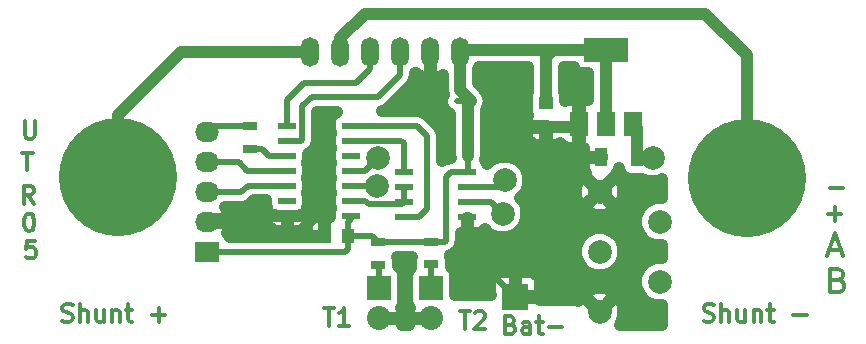
<source format=gbr>
G04 #@! TF.FileFunction,Copper,L1,Top,Signal*
%FSLAX46Y46*%
G04 Gerber Fmt 4.6, Leading zero omitted, Abs format (unit mm)*
G04 Created by KiCad (PCBNEW 4.0.6) date Monday, 19 December 2022 'PMt' 12:32:37*
%MOMM*%
%LPD*%
G01*
G04 APERTURE LIST*
%ADD10C,0.100000*%
%ADD11C,0.300000*%
%ADD12R,1.000000X1.600000*%
%ADD13R,1.000000X1.250000*%
%ADD14R,1.250000X1.000000*%
%ADD15R,1.500000X0.600000*%
%ADD16R,1.550000X0.600000*%
%ADD17R,2.032000X2.032000*%
%ADD18O,2.032000X2.032000*%
%ADD19R,2.032000X1.727200*%
%ADD20O,2.032000X1.727200*%
%ADD21R,1.300000X0.700000*%
%ADD22R,3.800000X2.000000*%
%ADD23R,1.500000X2.000000*%
%ADD24O,1.524000X2.500000*%
%ADD25C,10.000000*%
%ADD26R,2.235200X2.235200*%
%ADD27C,2.000000*%
%ADD28C,1.000000*%
%ADD29C,0.500000*%
G04 APERTURE END LIST*
D10*
D11*
X68678572Y10542857D02*
X69821429Y10542857D01*
X69250000Y9971429D02*
X69250000Y11114286D01*
X58157143Y1492857D02*
X58371429Y1421429D01*
X58728572Y1421429D01*
X58871429Y1492857D01*
X58942858Y1564286D01*
X59014286Y1707143D01*
X59014286Y1850000D01*
X58942858Y1992857D01*
X58871429Y2064286D01*
X58728572Y2135714D01*
X58442858Y2207143D01*
X58300000Y2278571D01*
X58228572Y2350000D01*
X58157143Y2492857D01*
X58157143Y2635714D01*
X58228572Y2778571D01*
X58300000Y2850000D01*
X58442858Y2921429D01*
X58800000Y2921429D01*
X59014286Y2850000D01*
X59657143Y1421429D02*
X59657143Y2921429D01*
X60300000Y1421429D02*
X60300000Y2207143D01*
X60228571Y2350000D01*
X60085714Y2421429D01*
X59871429Y2421429D01*
X59728571Y2350000D01*
X59657143Y2278571D01*
X61657143Y2421429D02*
X61657143Y1421429D01*
X61014286Y2421429D02*
X61014286Y1635714D01*
X61085714Y1492857D01*
X61228572Y1421429D01*
X61442857Y1421429D01*
X61585714Y1492857D01*
X61657143Y1564286D01*
X62371429Y2421429D02*
X62371429Y1421429D01*
X62371429Y2278571D02*
X62442857Y2350000D01*
X62585715Y2421429D01*
X62800000Y2421429D01*
X62942857Y2350000D01*
X63014286Y2207143D01*
X63014286Y1421429D01*
X63514286Y2421429D02*
X64085715Y2421429D01*
X63728572Y2921429D02*
X63728572Y1635714D01*
X63800000Y1492857D01*
X63942858Y1421429D01*
X64085715Y1421429D01*
X65728572Y1992857D02*
X66871429Y1992857D01*
X978572Y10571429D02*
X1121429Y10571429D01*
X1264286Y10500000D01*
X1335715Y10428571D01*
X1407144Y10285714D01*
X1478572Y10000000D01*
X1478572Y9642857D01*
X1407144Y9357143D01*
X1335715Y9214286D01*
X1264286Y9142857D01*
X1121429Y9071429D01*
X978572Y9071429D01*
X835715Y9142857D01*
X764286Y9214286D01*
X692858Y9357143D01*
X621429Y9642857D01*
X621429Y10000000D01*
X692858Y10285714D01*
X764286Y10428571D01*
X835715Y10500000D01*
X978572Y10571429D01*
X41821429Y1157143D02*
X42035715Y1085714D01*
X42107143Y1014286D01*
X42178572Y871429D01*
X42178572Y657143D01*
X42107143Y514286D01*
X42035715Y442857D01*
X41892857Y371429D01*
X41321429Y371429D01*
X41321429Y1871429D01*
X41821429Y1871429D01*
X41964286Y1800000D01*
X42035715Y1728571D01*
X42107143Y1585714D01*
X42107143Y1442857D01*
X42035715Y1300000D01*
X41964286Y1228571D01*
X41821429Y1157143D01*
X41321429Y1157143D01*
X43464286Y371429D02*
X43464286Y1157143D01*
X43392857Y1300000D01*
X43250000Y1371429D01*
X42964286Y1371429D01*
X42821429Y1300000D01*
X43464286Y442857D02*
X43321429Y371429D01*
X42964286Y371429D01*
X42821429Y442857D01*
X42750000Y585714D01*
X42750000Y728571D01*
X42821429Y871429D01*
X42964286Y942857D01*
X43321429Y942857D01*
X43464286Y1014286D01*
X43964286Y1371429D02*
X44535715Y1371429D01*
X44178572Y1871429D02*
X44178572Y585714D01*
X44250000Y442857D01*
X44392858Y371429D01*
X44535715Y371429D01*
X45035715Y942857D02*
X46178572Y942857D01*
X1557144Y8271429D02*
X842858Y8271429D01*
X771429Y7557143D01*
X842858Y7628571D01*
X985715Y7700000D01*
X1342858Y7700000D01*
X1485715Y7628571D01*
X1557144Y7557143D01*
X1628572Y7414286D01*
X1628572Y7057143D01*
X1557144Y6914286D01*
X1485715Y6842857D01*
X1342858Y6771429D01*
X985715Y6771429D01*
X842858Y6842857D01*
X771429Y6914286D01*
X471429Y15721429D02*
X1328572Y15721429D01*
X900001Y14221429D02*
X900001Y15721429D01*
X1464286Y11421429D02*
X964286Y12135714D01*
X607143Y11421429D02*
X607143Y12921429D01*
X1178571Y12921429D01*
X1321429Y12850000D01*
X1392857Y12778571D01*
X1464286Y12635714D01*
X1464286Y12421429D01*
X1392857Y12278571D01*
X1321429Y12207143D01*
X1178571Y12135714D01*
X607143Y12135714D01*
X671429Y18421429D02*
X671429Y17207143D01*
X742857Y17064286D01*
X814286Y16992857D01*
X957143Y16921429D01*
X1242857Y16921429D01*
X1385715Y16992857D01*
X1457143Y17064286D01*
X1528572Y17207143D01*
X1528572Y18421429D01*
X37507143Y2321429D02*
X38364286Y2321429D01*
X37935715Y821429D02*
X37935715Y2321429D01*
X38792857Y2178571D02*
X38864286Y2250000D01*
X39007143Y2321429D01*
X39364286Y2321429D01*
X39507143Y2250000D01*
X39578572Y2178571D01*
X39650000Y2035714D01*
X39650000Y1892857D01*
X39578572Y1678571D01*
X38721429Y821429D01*
X39650000Y821429D01*
X26007143Y2571429D02*
X26864286Y2571429D01*
X26435715Y1071429D02*
X26435715Y2571429D01*
X28150000Y1071429D02*
X27292857Y1071429D01*
X27721429Y1071429D02*
X27721429Y2571429D01*
X27578572Y2357143D01*
X27435714Y2214286D01*
X27292857Y2142857D01*
X68828572Y12692857D02*
X69971429Y12692857D01*
X3857143Y1492857D02*
X4071429Y1421429D01*
X4428572Y1421429D01*
X4571429Y1492857D01*
X4642858Y1564286D01*
X4714286Y1707143D01*
X4714286Y1850000D01*
X4642858Y1992857D01*
X4571429Y2064286D01*
X4428572Y2135714D01*
X4142858Y2207143D01*
X4000000Y2278571D01*
X3928572Y2350000D01*
X3857143Y2492857D01*
X3857143Y2635714D01*
X3928572Y2778571D01*
X4000000Y2850000D01*
X4142858Y2921429D01*
X4500000Y2921429D01*
X4714286Y2850000D01*
X5357143Y1421429D02*
X5357143Y2921429D01*
X6000000Y1421429D02*
X6000000Y2207143D01*
X5928571Y2350000D01*
X5785714Y2421429D01*
X5571429Y2421429D01*
X5428571Y2350000D01*
X5357143Y2278571D01*
X7357143Y2421429D02*
X7357143Y1421429D01*
X6714286Y2421429D02*
X6714286Y1635714D01*
X6785714Y1492857D01*
X6928572Y1421429D01*
X7142857Y1421429D01*
X7285714Y1492857D01*
X7357143Y1564286D01*
X8071429Y2421429D02*
X8071429Y1421429D01*
X8071429Y2278571D02*
X8142857Y2350000D01*
X8285715Y2421429D01*
X8500000Y2421429D01*
X8642857Y2350000D01*
X8714286Y2207143D01*
X8714286Y1421429D01*
X9214286Y2421429D02*
X9785715Y2421429D01*
X9428572Y2921429D02*
X9428572Y1635714D01*
X9500000Y1492857D01*
X9642858Y1421429D01*
X9785715Y1421429D01*
X11428572Y1992857D02*
X12571429Y1992857D01*
X12000000Y1421429D02*
X12000000Y2564286D01*
X69542857Y4942857D02*
X69828571Y4847619D01*
X69923810Y4752381D01*
X70019048Y4561905D01*
X70019048Y4276190D01*
X69923810Y4085714D01*
X69828571Y3990476D01*
X69638095Y3895238D01*
X68876190Y3895238D01*
X68876190Y5895238D01*
X69542857Y5895238D01*
X69733333Y5800000D01*
X69828571Y5704762D01*
X69923810Y5514286D01*
X69923810Y5323810D01*
X69828571Y5133333D01*
X69733333Y5038095D01*
X69542857Y4942857D01*
X68876190Y4942857D01*
X68823809Y7516667D02*
X69776190Y7516667D01*
X68633333Y6945238D02*
X69300000Y8945238D01*
X69966667Y6945238D01*
D12*
X52500000Y15350000D03*
X49500000Y15350000D03*
D13*
X26050000Y8650000D03*
X28050000Y8650000D03*
D14*
X44800000Y19900000D03*
X44800000Y17900000D03*
D15*
X28300000Y10390000D03*
X28300000Y11660000D03*
X28300000Y12930000D03*
X28300000Y14200000D03*
X28300000Y15470000D03*
X28300000Y16740000D03*
X28300000Y18010000D03*
X22900000Y18010000D03*
X22900000Y16740000D03*
X22900000Y15470000D03*
X22900000Y14200000D03*
X22900000Y12930000D03*
X22900000Y11660000D03*
X22900000Y10390000D03*
D16*
X32750000Y14055000D03*
X32750000Y12785000D03*
X32750000Y11515000D03*
X32750000Y10245000D03*
X38150000Y10245000D03*
X38150000Y11515000D03*
X38150000Y12785000D03*
X38150000Y14055000D03*
D17*
X30700000Y4250000D03*
D18*
X30700000Y1710000D03*
D17*
X35100000Y4250000D03*
D18*
X35100000Y1710000D03*
D19*
X16100000Y7300000D03*
D20*
X16100000Y9840000D03*
X16100000Y12380000D03*
X16100000Y14920000D03*
X16100000Y17460000D03*
D21*
X19700000Y17950000D03*
X19700000Y16050000D03*
X30600000Y8150000D03*
X30600000Y6250000D03*
X35050000Y8200000D03*
X35050000Y6300000D03*
D22*
X49900000Y24450000D03*
D23*
X49900000Y18150000D03*
X52200000Y18150000D03*
X47600000Y18150000D03*
D24*
X32470000Y24220000D03*
X35010000Y24220000D03*
X37550000Y24220000D03*
X29930000Y24220000D03*
X27390000Y24220000D03*
X24850000Y24220000D03*
D25*
X8600000Y13700000D03*
X61800000Y13600000D03*
D26*
X42200000Y3500000D03*
D27*
X49350000Y7350000D03*
X54430000Y9890000D03*
X49350000Y12430000D03*
X54430000Y4810000D03*
X49350000Y2270000D03*
X53850000Y15300000D03*
X46450000Y15350000D03*
X30500000Y12900000D03*
X30550000Y15250000D03*
X41300000Y13400000D03*
X41150000Y10550000D03*
D28*
X52500000Y15350000D02*
X53800000Y15350000D01*
X53800000Y15350000D02*
X53850000Y15300000D01*
X52500000Y15350000D02*
X52500000Y17850000D01*
X52500000Y17850000D02*
X52200000Y18150000D01*
X47600000Y18150000D02*
X47600000Y16150000D01*
X47600000Y16150000D02*
X48400000Y15350000D01*
X46450000Y15350000D02*
X48400000Y15350000D01*
X48400000Y15350000D02*
X49500000Y15350000D01*
D29*
X39700000Y6000000D02*
X39700000Y6050000D01*
X38150000Y7600000D02*
X38150000Y10245000D01*
X39700000Y6050000D02*
X38150000Y7600000D01*
X39600000Y6100000D02*
X39700000Y6000000D01*
X39700000Y6000000D02*
X42200000Y3500000D01*
D28*
X44800000Y17900000D02*
X47350000Y17900000D01*
X47350000Y17900000D02*
X47600000Y18150000D01*
X35110000Y1700000D02*
X35100000Y1710000D01*
D29*
X26050000Y8650000D02*
X23200000Y8650000D01*
X22900000Y8950000D02*
X22900000Y10390000D01*
X23200000Y8650000D02*
X22900000Y8950000D01*
X22900000Y10390000D02*
X16650000Y10390000D01*
X16650000Y10390000D02*
X16100000Y9840000D01*
X38150000Y14055000D02*
X36755000Y14055000D01*
X36250000Y8200000D02*
X35050000Y8200000D01*
X36350000Y8300000D02*
X36250000Y8200000D01*
X36350000Y13650000D02*
X36350000Y8300000D01*
X36755000Y14055000D02*
X36350000Y13650000D01*
X38200000Y14105000D02*
X38200000Y15405000D01*
X38200000Y19850000D02*
X38450000Y20100000D01*
D28*
X38200000Y15405000D02*
X38200000Y19850000D01*
D29*
X38200000Y14105000D02*
X38150000Y14055000D01*
D28*
X44800000Y19900000D02*
X44800000Y23850000D01*
X44800000Y23850000D02*
X45400000Y24450000D01*
X49900000Y24450000D02*
X45400000Y24450000D01*
X45400000Y24450000D02*
X37780000Y24450000D01*
X37780000Y24450000D02*
X37550000Y24220000D01*
X49900000Y18150000D02*
X49900000Y24450000D01*
D29*
X37250000Y20100000D02*
X38450000Y20100000D01*
D28*
X37550000Y24220000D02*
X37550000Y21000000D01*
X37550000Y21000000D02*
X38450000Y20100000D01*
D29*
X30600000Y8150000D02*
X35000000Y8150000D01*
X35000000Y8150000D02*
X35050000Y8200000D01*
X28050000Y8650000D02*
X30100000Y8650000D01*
X30100000Y8650000D02*
X30600000Y8150000D01*
X28050000Y8650000D02*
X28050000Y9850000D01*
X28050000Y9850000D02*
X28300000Y10100000D01*
X28300000Y10100000D02*
X28300000Y10390000D01*
X24200000Y7300000D02*
X27800000Y7300000D01*
X16100000Y7300000D02*
X24200000Y7300000D01*
X28050000Y7550000D02*
X28050000Y8650000D01*
X27800000Y7300000D02*
X28050000Y7550000D01*
X32750000Y11515000D02*
X32750000Y12785000D01*
X28300000Y11660000D02*
X29490000Y11660000D01*
X29800000Y11350000D02*
X32585000Y11350000D01*
X29490000Y11660000D02*
X29800000Y11350000D01*
X32585000Y11350000D02*
X32750000Y11515000D01*
X28300000Y12930000D02*
X30470000Y12930000D01*
X30470000Y12930000D02*
X30500000Y12900000D01*
X30700000Y4250000D02*
X30700000Y6150000D01*
X30700000Y6150000D02*
X30600000Y6250000D01*
X28300000Y14200000D02*
X29500000Y14200000D01*
X29500000Y14200000D02*
X30550000Y15250000D01*
X35100000Y4250000D02*
X35100000Y6250000D01*
X35100000Y6250000D02*
X35050000Y6300000D01*
X28300000Y16740000D02*
X32540000Y16740000D01*
X32750000Y16530000D02*
X32750000Y14055000D01*
X32540000Y16740000D02*
X32750000Y16530000D01*
X28300000Y18010000D02*
X33840000Y18010000D01*
X34045000Y10245000D02*
X32750000Y10245000D01*
X34750000Y10950000D02*
X34045000Y10245000D01*
X34750000Y17100000D02*
X34750000Y10950000D01*
X33840000Y18010000D02*
X34750000Y17100000D01*
X22900000Y18010000D02*
X22900000Y20150000D01*
X29930000Y22780000D02*
X29930000Y24220000D01*
X28750000Y21600000D02*
X29930000Y22780000D01*
X24350000Y21600000D02*
X28750000Y21600000D01*
X22900000Y20150000D02*
X24350000Y21600000D01*
X22900000Y16740000D02*
X24090000Y16740000D01*
X32470000Y22320000D02*
X32470000Y24220000D01*
X30600000Y20450000D02*
X32470000Y22320000D01*
X24950000Y20450000D02*
X30600000Y20450000D01*
X24150000Y19650000D02*
X24950000Y20450000D01*
X24150000Y16800000D02*
X24150000Y19650000D01*
X24090000Y16740000D02*
X24150000Y16800000D01*
X22900000Y15470000D02*
X21330000Y15470000D01*
X20750000Y16050000D02*
X19700000Y16050000D01*
X21330000Y15470000D02*
X20750000Y16050000D01*
X22900000Y14200000D02*
X19500000Y14200000D01*
X18780000Y14920000D02*
X16100000Y14920000D01*
X19500000Y14200000D02*
X18780000Y14920000D01*
X22900000Y12930000D02*
X19530000Y12930000D01*
X18980000Y12380000D02*
X16100000Y12380000D01*
X19530000Y12930000D02*
X18980000Y12380000D01*
D28*
X24850000Y24220000D02*
X13920000Y24220000D01*
X8600000Y18900000D02*
X8600000Y13700000D01*
X13920000Y24220000D02*
X8600000Y18900000D01*
X56100000Y27500000D02*
X58300000Y27500000D01*
X61800000Y13600000D02*
X61800000Y21800000D01*
X29450000Y27500000D02*
X56100000Y27500000D01*
X29450000Y27500000D02*
X27390000Y25440000D01*
X61800000Y24000000D02*
X61800000Y21800000D01*
X58300000Y27500000D02*
X61800000Y24000000D01*
X27390000Y24220000D02*
X27390000Y25440000D01*
D29*
X38150000Y12785000D02*
X40685000Y12785000D01*
X40685000Y12785000D02*
X41300000Y13400000D01*
X19700000Y17950000D02*
X16590000Y17950000D01*
X16590000Y17950000D02*
X16100000Y17460000D01*
X38150000Y11515000D02*
X40185000Y11515000D01*
X40185000Y11515000D02*
X41150000Y10550000D01*
D28*
G36*
X33380409Y6650000D02*
X33380409Y6001574D01*
X33373069Y5996851D01*
X33144738Y5662678D01*
X33064409Y5266000D01*
X33064409Y3234000D01*
X33134138Y2863422D01*
X33314627Y2582934D01*
X33120849Y2133731D01*
X33109351Y2075911D01*
X33328706Y1760000D01*
X35050000Y1760000D01*
X35050000Y1780000D01*
X35150000Y1780000D01*
X35150000Y1760000D01*
X35170000Y1760000D01*
X35170000Y1660000D01*
X35150000Y1660000D01*
X35150000Y1640000D01*
X35050000Y1640000D01*
X35050000Y1660000D01*
X33328706Y1660000D01*
X33109351Y1344089D01*
X33120849Y1286269D01*
X33168848Y1175000D01*
X32631152Y1175000D01*
X32679151Y1286269D01*
X32690649Y1344089D01*
X32471294Y1660000D01*
X30750000Y1660000D01*
X30750000Y1640000D01*
X30650000Y1640000D01*
X30650000Y1660000D01*
X30630000Y1660000D01*
X30630000Y1760000D01*
X30650000Y1760000D01*
X30650000Y1780000D01*
X30750000Y1780000D01*
X30750000Y1760000D01*
X32471294Y1760000D01*
X32690649Y2075911D01*
X32679151Y2133731D01*
X32483853Y2586458D01*
X32655262Y2837322D01*
X32735591Y3234000D01*
X32735591Y5266000D01*
X32665862Y5636578D01*
X32446851Y5976931D01*
X32269591Y6098048D01*
X32269591Y6600000D01*
X32213142Y6900000D01*
X33431035Y6900000D01*
X33380409Y6650000D01*
X33380409Y6650000D01*
G37*
X33380409Y6650000D02*
X33380409Y6001574D01*
X33373069Y5996851D01*
X33144738Y5662678D01*
X33064409Y5266000D01*
X33064409Y3234000D01*
X33134138Y2863422D01*
X33314627Y2582934D01*
X33120849Y2133731D01*
X33109351Y2075911D01*
X33328706Y1760000D01*
X35050000Y1760000D01*
X35050000Y1780000D01*
X35150000Y1780000D01*
X35150000Y1760000D01*
X35170000Y1760000D01*
X35170000Y1660000D01*
X35150000Y1660000D01*
X35150000Y1640000D01*
X35050000Y1640000D01*
X35050000Y1660000D01*
X33328706Y1660000D01*
X33109351Y1344089D01*
X33120849Y1286269D01*
X33168848Y1175000D01*
X32631152Y1175000D01*
X32679151Y1286269D01*
X32690649Y1344089D01*
X32471294Y1660000D01*
X30750000Y1660000D01*
X30750000Y1640000D01*
X30650000Y1640000D01*
X30650000Y1660000D01*
X30630000Y1660000D01*
X30630000Y1760000D01*
X30650000Y1760000D01*
X30650000Y1780000D01*
X30750000Y1780000D01*
X30750000Y1760000D01*
X32471294Y1760000D01*
X32690649Y2075911D01*
X32679151Y2133731D01*
X32483853Y2586458D01*
X32655262Y2837322D01*
X32735591Y3234000D01*
X32735591Y5266000D01*
X32665862Y5636578D01*
X32446851Y5976931D01*
X32269591Y6098048D01*
X32269591Y6600000D01*
X32213142Y6900000D01*
X33431035Y6900000D01*
X33380409Y6650000D01*
G36*
X43300000Y20890728D02*
X43235738Y20796678D01*
X43155409Y20400000D01*
X43155409Y19400000D01*
X43225138Y19029422D01*
X43297855Y18916416D01*
X43167000Y18600504D01*
X43167000Y18202000D01*
X43419000Y17950000D01*
X44750000Y17950000D01*
X44750000Y17970000D01*
X44850000Y17970000D01*
X44850000Y17950000D01*
X44870000Y17950000D01*
X44870000Y17850000D01*
X44850000Y17850000D01*
X44850000Y16644000D01*
X45102000Y16392000D01*
X45625503Y16392000D01*
X45995986Y16545459D01*
X46012500Y16561973D01*
X46279014Y16295459D01*
X46649497Y16142000D01*
X47298000Y16142000D01*
X47550000Y16394000D01*
X47550000Y18100000D01*
X47530000Y18100000D01*
X47530000Y18200000D01*
X47550000Y18200000D01*
X47550000Y19906000D01*
X47298000Y20158000D01*
X46649497Y20158000D01*
X46444591Y20073125D01*
X46444591Y20400000D01*
X46374862Y20770578D01*
X46300000Y20886917D01*
X46300000Y22950000D01*
X47133419Y22950000D01*
X47269149Y22739069D01*
X47603322Y22510738D01*
X48000000Y22430409D01*
X48400000Y22430409D01*
X48400000Y20158000D01*
X47902000Y20158000D01*
X47650000Y19906000D01*
X47650000Y18200000D01*
X47670000Y18200000D01*
X47670000Y18100000D01*
X47650000Y18100000D01*
X47650000Y16394000D01*
X47902000Y16142000D01*
X47992000Y16142000D01*
X47992000Y15652000D01*
X48244000Y15400000D01*
X49450000Y15400000D01*
X49450000Y15420000D01*
X49550000Y15420000D01*
X49550000Y15400000D01*
X49570000Y15400000D01*
X49570000Y15300000D01*
X49550000Y15300000D01*
X49550000Y15280000D01*
X49450000Y15280000D01*
X49450000Y15300000D01*
X48244000Y15300000D01*
X47992000Y15048000D01*
X47992000Y14349497D01*
X48145459Y13979014D01*
X48159398Y13965075D01*
X48116351Y13734360D01*
X49350000Y12500711D01*
X50526195Y13676906D01*
X50570986Y13695459D01*
X50854541Y13979014D01*
X51008000Y14349497D01*
X51008000Y14403366D01*
X51050138Y14179422D01*
X51269149Y13839069D01*
X51603322Y13610738D01*
X52000000Y13530409D01*
X52896381Y13530409D01*
X53450430Y13300348D01*
X54246079Y13299654D01*
X54650000Y13466551D01*
X54650000Y11889809D01*
X54033921Y11890346D01*
X53298571Y11586506D01*
X52735471Y11024388D01*
X52430348Y10289570D01*
X52429654Y9493921D01*
X52733494Y8758571D01*
X53295612Y8195471D01*
X54030430Y7890348D01*
X54650000Y7889808D01*
X54650000Y6809809D01*
X54033921Y6810346D01*
X53298571Y6506506D01*
X52735471Y5944388D01*
X52430348Y5209570D01*
X52429654Y4413921D01*
X52733494Y3678571D01*
X53295612Y3115471D01*
X54030430Y2810348D01*
X54650000Y2809808D01*
X54650000Y1175000D01*
X51064405Y1175000D01*
X51351849Y1840819D01*
X51363708Y2639563D01*
X51068998Y3382044D01*
X51035227Y3432586D01*
X50654360Y3503649D01*
X49420711Y2270000D01*
X49434853Y2255858D01*
X49364142Y2185147D01*
X49350000Y2199289D01*
X49335858Y2185147D01*
X49265147Y2255858D01*
X49279289Y2270000D01*
X48045640Y3503649D01*
X47664773Y3432586D01*
X47535715Y3133643D01*
X47535715Y3250000D01*
X44273600Y3250000D01*
X44073600Y3450000D01*
X42250000Y3450000D01*
X42250000Y3430000D01*
X42150000Y3430000D01*
X42150000Y3450000D01*
X42130000Y3450000D01*
X42130000Y3550000D01*
X42150000Y3550000D01*
X42150000Y5373600D01*
X42250000Y5373600D01*
X42250000Y3550000D01*
X44073600Y3550000D01*
X44097960Y3574360D01*
X48116351Y3574360D01*
X49350000Y2340711D01*
X50583649Y3574360D01*
X50512586Y3955227D01*
X49779181Y4271849D01*
X48980437Y4283708D01*
X48237956Y3988998D01*
X48187414Y3955227D01*
X48116351Y3574360D01*
X44097960Y3574360D01*
X44325600Y3802000D01*
X44325600Y4818103D01*
X44172141Y5188586D01*
X43888586Y5472141D01*
X43518104Y5625600D01*
X42502000Y5625600D01*
X42250000Y5373600D01*
X42150000Y5373600D01*
X41898000Y5625600D01*
X40881896Y5625600D01*
X40511414Y5472141D01*
X40227859Y5188586D01*
X40074400Y4818103D01*
X40074400Y3802000D01*
X40176400Y3700000D01*
X37135591Y3700000D01*
X37135591Y5266000D01*
X37065862Y5636578D01*
X36846851Y5976931D01*
X36719591Y6063884D01*
X36719591Y6650000D01*
X36662405Y6953921D01*
X47349654Y6953921D01*
X47653494Y6218571D01*
X48215612Y5655471D01*
X48950430Y5350348D01*
X49746079Y5349654D01*
X50481429Y5653494D01*
X51044529Y6215612D01*
X51349652Y6950430D01*
X51350346Y7746079D01*
X51046506Y8481429D01*
X50484388Y9044529D01*
X49749570Y9349652D01*
X48953921Y9350346D01*
X48218571Y9046506D01*
X47655471Y8484388D01*
X47350348Y7749570D01*
X47349654Y6953921D01*
X36662405Y6953921D01*
X36649862Y7020578D01*
X36644751Y7028521D01*
X36728354Y7045151D01*
X37133883Y7316117D01*
X37233883Y7416116D01*
X37504849Y7821646D01*
X37534040Y7968400D01*
X37600000Y8300000D01*
X37600000Y8937000D01*
X37848000Y8937000D01*
X38100000Y9189000D01*
X38100000Y10195000D01*
X38080000Y10195000D01*
X38080000Y10195409D01*
X38220000Y10195409D01*
X38220000Y10195000D01*
X38200000Y10195000D01*
X38200000Y9189000D01*
X38452000Y8937000D01*
X39125504Y8937000D01*
X39495986Y9090459D01*
X39638634Y9233107D01*
X40015612Y8855471D01*
X40750430Y8550348D01*
X41546079Y8549654D01*
X42281429Y8853494D01*
X42844529Y9415612D01*
X43149652Y10150430D01*
X43150346Y10946079D01*
X43076154Y11125640D01*
X48116351Y11125640D01*
X48187414Y10744773D01*
X48920819Y10428151D01*
X49719563Y10416292D01*
X50462044Y10711002D01*
X50512586Y10744773D01*
X50583649Y11125640D01*
X49350000Y12359289D01*
X48116351Y11125640D01*
X43076154Y11125640D01*
X42846506Y11681429D01*
X42628297Y11900019D01*
X42788995Y12060437D01*
X47336292Y12060437D01*
X47631002Y11317956D01*
X47664773Y11267414D01*
X48045640Y11196351D01*
X49279289Y12430000D01*
X49420711Y12430000D01*
X50654360Y11196351D01*
X51035227Y11267414D01*
X51351849Y12000819D01*
X51363708Y12799563D01*
X51068998Y13542044D01*
X51035227Y13592586D01*
X50654360Y13663649D01*
X49420711Y12430000D01*
X49279289Y12430000D01*
X48045640Y13663649D01*
X47664773Y13592586D01*
X47348151Y12859181D01*
X47336292Y12060437D01*
X42788995Y12060437D01*
X42994529Y12265612D01*
X43299652Y13000430D01*
X43300346Y13796079D01*
X42996506Y14531429D01*
X42434388Y15094529D01*
X41699570Y15399652D01*
X40903921Y15400346D01*
X40168571Y15096506D01*
X39844407Y14772907D01*
X39655851Y15065931D01*
X39635342Y15079944D01*
X39700000Y15405000D01*
X39700000Y17598000D01*
X43167000Y17598000D01*
X43167000Y17199496D01*
X43320459Y16829014D01*
X43604014Y16545459D01*
X43974497Y16392000D01*
X44498000Y16392000D01*
X44750000Y16644000D01*
X44750000Y17850000D01*
X43419000Y17850000D01*
X43167000Y17598000D01*
X39700000Y17598000D01*
X39700000Y19322707D01*
X39835819Y19525975D01*
X39950000Y20100000D01*
X39835819Y20674025D01*
X39510660Y21160660D01*
X39050000Y21621320D01*
X39050000Y22822252D01*
X39135358Y22950000D01*
X43300000Y22950000D01*
X43300000Y20890728D01*
X43300000Y20890728D01*
G37*
X43300000Y20890728D02*
X43235738Y20796678D01*
X43155409Y20400000D01*
X43155409Y19400000D01*
X43225138Y19029422D01*
X43297855Y18916416D01*
X43167000Y18600504D01*
X43167000Y18202000D01*
X43419000Y17950000D01*
X44750000Y17950000D01*
X44750000Y17970000D01*
X44850000Y17970000D01*
X44850000Y17950000D01*
X44870000Y17950000D01*
X44870000Y17850000D01*
X44850000Y17850000D01*
X44850000Y16644000D01*
X45102000Y16392000D01*
X45625503Y16392000D01*
X45995986Y16545459D01*
X46012500Y16561973D01*
X46279014Y16295459D01*
X46649497Y16142000D01*
X47298000Y16142000D01*
X47550000Y16394000D01*
X47550000Y18100000D01*
X47530000Y18100000D01*
X47530000Y18200000D01*
X47550000Y18200000D01*
X47550000Y19906000D01*
X47298000Y20158000D01*
X46649497Y20158000D01*
X46444591Y20073125D01*
X46444591Y20400000D01*
X46374862Y20770578D01*
X46300000Y20886917D01*
X46300000Y22950000D01*
X47133419Y22950000D01*
X47269149Y22739069D01*
X47603322Y22510738D01*
X48000000Y22430409D01*
X48400000Y22430409D01*
X48400000Y20158000D01*
X47902000Y20158000D01*
X47650000Y19906000D01*
X47650000Y18200000D01*
X47670000Y18200000D01*
X47670000Y18100000D01*
X47650000Y18100000D01*
X47650000Y16394000D01*
X47902000Y16142000D01*
X47992000Y16142000D01*
X47992000Y15652000D01*
X48244000Y15400000D01*
X49450000Y15400000D01*
X49450000Y15420000D01*
X49550000Y15420000D01*
X49550000Y15400000D01*
X49570000Y15400000D01*
X49570000Y15300000D01*
X49550000Y15300000D01*
X49550000Y15280000D01*
X49450000Y15280000D01*
X49450000Y15300000D01*
X48244000Y15300000D01*
X47992000Y15048000D01*
X47992000Y14349497D01*
X48145459Y13979014D01*
X48159398Y13965075D01*
X48116351Y13734360D01*
X49350000Y12500711D01*
X50526195Y13676906D01*
X50570986Y13695459D01*
X50854541Y13979014D01*
X51008000Y14349497D01*
X51008000Y14403366D01*
X51050138Y14179422D01*
X51269149Y13839069D01*
X51603322Y13610738D01*
X52000000Y13530409D01*
X52896381Y13530409D01*
X53450430Y13300348D01*
X54246079Y13299654D01*
X54650000Y13466551D01*
X54650000Y11889809D01*
X54033921Y11890346D01*
X53298571Y11586506D01*
X52735471Y11024388D01*
X52430348Y10289570D01*
X52429654Y9493921D01*
X52733494Y8758571D01*
X53295612Y8195471D01*
X54030430Y7890348D01*
X54650000Y7889808D01*
X54650000Y6809809D01*
X54033921Y6810346D01*
X53298571Y6506506D01*
X52735471Y5944388D01*
X52430348Y5209570D01*
X52429654Y4413921D01*
X52733494Y3678571D01*
X53295612Y3115471D01*
X54030430Y2810348D01*
X54650000Y2809808D01*
X54650000Y1175000D01*
X51064405Y1175000D01*
X51351849Y1840819D01*
X51363708Y2639563D01*
X51068998Y3382044D01*
X51035227Y3432586D01*
X50654360Y3503649D01*
X49420711Y2270000D01*
X49434853Y2255858D01*
X49364142Y2185147D01*
X49350000Y2199289D01*
X49335858Y2185147D01*
X49265147Y2255858D01*
X49279289Y2270000D01*
X48045640Y3503649D01*
X47664773Y3432586D01*
X47535715Y3133643D01*
X47535715Y3250000D01*
X44273600Y3250000D01*
X44073600Y3450000D01*
X42250000Y3450000D01*
X42250000Y3430000D01*
X42150000Y3430000D01*
X42150000Y3450000D01*
X42130000Y3450000D01*
X42130000Y3550000D01*
X42150000Y3550000D01*
X42150000Y5373600D01*
X42250000Y5373600D01*
X42250000Y3550000D01*
X44073600Y3550000D01*
X44097960Y3574360D01*
X48116351Y3574360D01*
X49350000Y2340711D01*
X50583649Y3574360D01*
X50512586Y3955227D01*
X49779181Y4271849D01*
X48980437Y4283708D01*
X48237956Y3988998D01*
X48187414Y3955227D01*
X48116351Y3574360D01*
X44097960Y3574360D01*
X44325600Y3802000D01*
X44325600Y4818103D01*
X44172141Y5188586D01*
X43888586Y5472141D01*
X43518104Y5625600D01*
X42502000Y5625600D01*
X42250000Y5373600D01*
X42150000Y5373600D01*
X41898000Y5625600D01*
X40881896Y5625600D01*
X40511414Y5472141D01*
X40227859Y5188586D01*
X40074400Y4818103D01*
X40074400Y3802000D01*
X40176400Y3700000D01*
X37135591Y3700000D01*
X37135591Y5266000D01*
X37065862Y5636578D01*
X36846851Y5976931D01*
X36719591Y6063884D01*
X36719591Y6650000D01*
X36662405Y6953921D01*
X47349654Y6953921D01*
X47653494Y6218571D01*
X48215612Y5655471D01*
X48950430Y5350348D01*
X49746079Y5349654D01*
X50481429Y5653494D01*
X51044529Y6215612D01*
X51349652Y6950430D01*
X51350346Y7746079D01*
X51046506Y8481429D01*
X50484388Y9044529D01*
X49749570Y9349652D01*
X48953921Y9350346D01*
X48218571Y9046506D01*
X47655471Y8484388D01*
X47350348Y7749570D01*
X47349654Y6953921D01*
X36662405Y6953921D01*
X36649862Y7020578D01*
X36644751Y7028521D01*
X36728354Y7045151D01*
X37133883Y7316117D01*
X37233883Y7416116D01*
X37504849Y7821646D01*
X37534040Y7968400D01*
X37600000Y8300000D01*
X37600000Y8937000D01*
X37848000Y8937000D01*
X38100000Y9189000D01*
X38100000Y10195000D01*
X38080000Y10195000D01*
X38080000Y10195409D01*
X38220000Y10195409D01*
X38220000Y10195000D01*
X38200000Y10195000D01*
X38200000Y9189000D01*
X38452000Y8937000D01*
X39125504Y8937000D01*
X39495986Y9090459D01*
X39638634Y9233107D01*
X40015612Y8855471D01*
X40750430Y8550348D01*
X41546079Y8549654D01*
X42281429Y8853494D01*
X42844529Y9415612D01*
X43149652Y10150430D01*
X43150346Y10946079D01*
X43076154Y11125640D01*
X48116351Y11125640D01*
X48187414Y10744773D01*
X48920819Y10428151D01*
X49719563Y10416292D01*
X50462044Y10711002D01*
X50512586Y10744773D01*
X50583649Y11125640D01*
X49350000Y12359289D01*
X48116351Y11125640D01*
X43076154Y11125640D01*
X42846506Y11681429D01*
X42628297Y11900019D01*
X42788995Y12060437D01*
X47336292Y12060437D01*
X47631002Y11317956D01*
X47664773Y11267414D01*
X48045640Y11196351D01*
X49279289Y12430000D01*
X49420711Y12430000D01*
X50654360Y11196351D01*
X51035227Y11267414D01*
X51351849Y12000819D01*
X51363708Y12799563D01*
X51068998Y13542044D01*
X51035227Y13592586D01*
X50654360Y13663649D01*
X49420711Y12430000D01*
X49279289Y12430000D01*
X48045640Y13663649D01*
X47664773Y13592586D01*
X47348151Y12859181D01*
X47336292Y12060437D01*
X42788995Y12060437D01*
X42994529Y12265612D01*
X43299652Y13000430D01*
X43300346Y13796079D01*
X42996506Y14531429D01*
X42434388Y15094529D01*
X41699570Y15399652D01*
X40903921Y15400346D01*
X40168571Y15096506D01*
X39844407Y14772907D01*
X39655851Y15065931D01*
X39635342Y15079944D01*
X39700000Y15405000D01*
X39700000Y17598000D01*
X43167000Y17598000D01*
X43167000Y17199496D01*
X43320459Y16829014D01*
X43604014Y16545459D01*
X43974497Y16392000D01*
X44498000Y16392000D01*
X44750000Y16644000D01*
X44750000Y17850000D01*
X43419000Y17850000D01*
X43167000Y17598000D01*
X39700000Y17598000D01*
X39700000Y19322707D01*
X39835819Y19525975D01*
X39950000Y20100000D01*
X39835819Y20674025D01*
X39510660Y21160660D01*
X39050000Y21621320D01*
X39050000Y22822252D01*
X39135358Y22950000D01*
X43300000Y22950000D01*
X43300000Y20890728D01*
G36*
X26839069Y19040851D02*
X26610738Y18706678D01*
X26530409Y18310000D01*
X26530409Y17710000D01*
X26595758Y17362702D01*
X26530409Y17040000D01*
X26530409Y16440000D01*
X26595758Y16092702D01*
X26530409Y15770000D01*
X26530409Y15170000D01*
X26595758Y14822702D01*
X26530409Y14500000D01*
X26530409Y13900000D01*
X26595758Y13552702D01*
X26530409Y13230000D01*
X26530409Y12630000D01*
X26595758Y12282702D01*
X26530409Y11960000D01*
X26530409Y11360000D01*
X26595758Y11012702D01*
X26530409Y10690000D01*
X26530409Y10283000D01*
X26352000Y10283000D01*
X26100000Y10031000D01*
X26100000Y8700000D01*
X26120000Y8700000D01*
X26120000Y8600000D01*
X26100000Y8600000D01*
X26100000Y8580000D01*
X26000000Y8580000D01*
X26000000Y8600000D01*
X24794000Y8600000D01*
X24744000Y8550000D01*
X18055681Y8550000D01*
X17846851Y8874531D01*
X17824225Y8889991D01*
X18000667Y9169963D01*
X18092476Y9497937D01*
X17871228Y9790000D01*
X16150000Y9790000D01*
X16150000Y9770000D01*
X16050000Y9770000D01*
X16050000Y9790000D01*
X16030000Y9790000D01*
X16030000Y9890000D01*
X16050000Y9890000D01*
X16050000Y9910000D01*
X16150000Y9910000D01*
X16150000Y9890000D01*
X17871228Y9890000D01*
X18021219Y10088000D01*
X21142000Y10088000D01*
X21142000Y9889497D01*
X21295459Y9519014D01*
X21579014Y9235459D01*
X21949496Y9082000D01*
X22598000Y9082000D01*
X22850000Y9334000D01*
X22850000Y10340000D01*
X22950000Y10340000D01*
X22950000Y9334000D01*
X23202000Y9082000D01*
X23850504Y9082000D01*
X24220986Y9235459D01*
X24461030Y9475503D01*
X24542000Y9475503D01*
X24542000Y8952000D01*
X24794000Y8700000D01*
X26000000Y8700000D01*
X26000000Y10031000D01*
X25748000Y10283000D01*
X25349496Y10283000D01*
X24979014Y10129541D01*
X24695459Y9845986D01*
X24542000Y9475503D01*
X24461030Y9475503D01*
X24504541Y9519014D01*
X24658000Y9889497D01*
X24658000Y10088000D01*
X24406000Y10340000D01*
X22950000Y10340000D01*
X22850000Y10340000D01*
X21394000Y10340000D01*
X21142000Y10088000D01*
X18021219Y10088000D01*
X18092476Y10182063D01*
X18000667Y10510037D01*
X17631790Y11095356D01*
X17654939Y11130000D01*
X18980000Y11130000D01*
X19458354Y11225151D01*
X19863883Y11496117D01*
X20047766Y11680000D01*
X21130409Y11680000D01*
X21130409Y11360000D01*
X21194776Y11017917D01*
X21142000Y10890503D01*
X21142000Y10692000D01*
X21394000Y10440000D01*
X21725131Y10440000D01*
X21753322Y10420738D01*
X22150000Y10340409D01*
X23650000Y10340409D01*
X24020578Y10410138D01*
X24066985Y10440000D01*
X24406000Y10440000D01*
X24658000Y10692000D01*
X24658000Y10890503D01*
X24601929Y11025872D01*
X24669591Y11360000D01*
X24669591Y11960000D01*
X24604242Y12307298D01*
X24669591Y12630000D01*
X24669591Y13230000D01*
X24604242Y13577298D01*
X24669591Y13900000D01*
X24669591Y14500000D01*
X24604242Y14847298D01*
X24669591Y15170000D01*
X24669591Y15652795D01*
X24973883Y15856117D01*
X25033884Y15916117D01*
X25304849Y16321646D01*
X25319241Y16394000D01*
X25400000Y16800000D01*
X25400000Y19132234D01*
X25467767Y19200000D01*
X27086394Y19200000D01*
X26839069Y19040851D01*
X26839069Y19040851D01*
G37*
X26839069Y19040851D02*
X26610738Y18706678D01*
X26530409Y18310000D01*
X26530409Y17710000D01*
X26595758Y17362702D01*
X26530409Y17040000D01*
X26530409Y16440000D01*
X26595758Y16092702D01*
X26530409Y15770000D01*
X26530409Y15170000D01*
X26595758Y14822702D01*
X26530409Y14500000D01*
X26530409Y13900000D01*
X26595758Y13552702D01*
X26530409Y13230000D01*
X26530409Y12630000D01*
X26595758Y12282702D01*
X26530409Y11960000D01*
X26530409Y11360000D01*
X26595758Y11012702D01*
X26530409Y10690000D01*
X26530409Y10283000D01*
X26352000Y10283000D01*
X26100000Y10031000D01*
X26100000Y8700000D01*
X26120000Y8700000D01*
X26120000Y8600000D01*
X26100000Y8600000D01*
X26100000Y8580000D01*
X26000000Y8580000D01*
X26000000Y8600000D01*
X24794000Y8600000D01*
X24744000Y8550000D01*
X18055681Y8550000D01*
X17846851Y8874531D01*
X17824225Y8889991D01*
X18000667Y9169963D01*
X18092476Y9497937D01*
X17871228Y9790000D01*
X16150000Y9790000D01*
X16150000Y9770000D01*
X16050000Y9770000D01*
X16050000Y9790000D01*
X16030000Y9790000D01*
X16030000Y9890000D01*
X16050000Y9890000D01*
X16050000Y9910000D01*
X16150000Y9910000D01*
X16150000Y9890000D01*
X17871228Y9890000D01*
X18021219Y10088000D01*
X21142000Y10088000D01*
X21142000Y9889497D01*
X21295459Y9519014D01*
X21579014Y9235459D01*
X21949496Y9082000D01*
X22598000Y9082000D01*
X22850000Y9334000D01*
X22850000Y10340000D01*
X22950000Y10340000D01*
X22950000Y9334000D01*
X23202000Y9082000D01*
X23850504Y9082000D01*
X24220986Y9235459D01*
X24461030Y9475503D01*
X24542000Y9475503D01*
X24542000Y8952000D01*
X24794000Y8700000D01*
X26000000Y8700000D01*
X26000000Y10031000D01*
X25748000Y10283000D01*
X25349496Y10283000D01*
X24979014Y10129541D01*
X24695459Y9845986D01*
X24542000Y9475503D01*
X24461030Y9475503D01*
X24504541Y9519014D01*
X24658000Y9889497D01*
X24658000Y10088000D01*
X24406000Y10340000D01*
X22950000Y10340000D01*
X22850000Y10340000D01*
X21394000Y10340000D01*
X21142000Y10088000D01*
X18021219Y10088000D01*
X18092476Y10182063D01*
X18000667Y10510037D01*
X17631790Y11095356D01*
X17654939Y11130000D01*
X18980000Y11130000D01*
X19458354Y11225151D01*
X19863883Y11496117D01*
X20047766Y11680000D01*
X21130409Y11680000D01*
X21130409Y11360000D01*
X21194776Y11017917D01*
X21142000Y10890503D01*
X21142000Y10692000D01*
X21394000Y10440000D01*
X21725131Y10440000D01*
X21753322Y10420738D01*
X22150000Y10340409D01*
X23650000Y10340409D01*
X24020578Y10410138D01*
X24066985Y10440000D01*
X24406000Y10440000D01*
X24658000Y10692000D01*
X24658000Y10890503D01*
X24601929Y11025872D01*
X24669591Y11360000D01*
X24669591Y11960000D01*
X24604242Y12307298D01*
X24669591Y12630000D01*
X24669591Y13230000D01*
X24604242Y13577298D01*
X24669591Y13900000D01*
X24669591Y14500000D01*
X24604242Y14847298D01*
X24669591Y15170000D01*
X24669591Y15652795D01*
X24973883Y15856117D01*
X25033884Y15916117D01*
X25304849Y16321646D01*
X25319241Y16394000D01*
X25400000Y16800000D01*
X25400000Y19132234D01*
X25467767Y19200000D01*
X27086394Y19200000D01*
X26839069Y19040851D01*
G36*
X35060000Y24270000D02*
X35080000Y24270000D01*
X35080000Y24170000D01*
X35060000Y24170000D01*
X35060000Y22214824D01*
X35336163Y21992311D01*
X35641156Y22077598D01*
X36050000Y22334383D01*
X36050000Y21000000D01*
X36124988Y20623009D01*
X36095151Y20578354D01*
X36000000Y20100000D01*
X36095151Y19621646D01*
X36366117Y19216117D01*
X36700000Y18993023D01*
X36700000Y15405000D01*
X36721228Y15298282D01*
X36382230Y15230851D01*
X36276645Y15209849D01*
X36000000Y15025001D01*
X36000000Y17100000D01*
X35904849Y17578354D01*
X35890386Y17600000D01*
X35633883Y17983884D01*
X34723883Y18893883D01*
X34318354Y19164849D01*
X34284183Y19171646D01*
X33840000Y19260000D01*
X30901639Y19260000D01*
X31078354Y19295151D01*
X31483883Y19566117D01*
X33353883Y21436116D01*
X33624849Y21841646D01*
X33668291Y22060044D01*
X33720000Y22320000D01*
X33720000Y22448101D01*
X33754728Y22500075D01*
X33793776Y22445065D01*
X34378844Y22077598D01*
X34683837Y21992311D01*
X34960000Y22214824D01*
X34960000Y24170000D01*
X34940000Y24170000D01*
X34940000Y24270000D01*
X34960000Y24270000D01*
X34960000Y24290000D01*
X35060000Y24290000D01*
X35060000Y24270000D01*
X35060000Y24270000D01*
G37*
X35060000Y24270000D02*
X35080000Y24270000D01*
X35080000Y24170000D01*
X35060000Y24170000D01*
X35060000Y22214824D01*
X35336163Y21992311D01*
X35641156Y22077598D01*
X36050000Y22334383D01*
X36050000Y21000000D01*
X36124988Y20623009D01*
X36095151Y20578354D01*
X36000000Y20100000D01*
X36095151Y19621646D01*
X36366117Y19216117D01*
X36700000Y18993023D01*
X36700000Y15405000D01*
X36721228Y15298282D01*
X36382230Y15230851D01*
X36276645Y15209849D01*
X36000000Y15025001D01*
X36000000Y17100000D01*
X35904849Y17578354D01*
X35890386Y17600000D01*
X35633883Y17983884D01*
X34723883Y18893883D01*
X34318354Y19164849D01*
X34284183Y19171646D01*
X33840000Y19260000D01*
X30901639Y19260000D01*
X31078354Y19295151D01*
X31483883Y19566117D01*
X33353883Y21436116D01*
X33624849Y21841646D01*
X33668291Y22060044D01*
X33720000Y22320000D01*
X33720000Y22448101D01*
X33754728Y22500075D01*
X33793776Y22445065D01*
X34378844Y22077598D01*
X34683837Y21992311D01*
X34960000Y22214824D01*
X34960000Y24170000D01*
X34940000Y24170000D01*
X34940000Y24270000D01*
X34960000Y24270000D01*
X34960000Y24290000D01*
X35060000Y24290000D01*
X35060000Y24270000D01*
M02*

</source>
